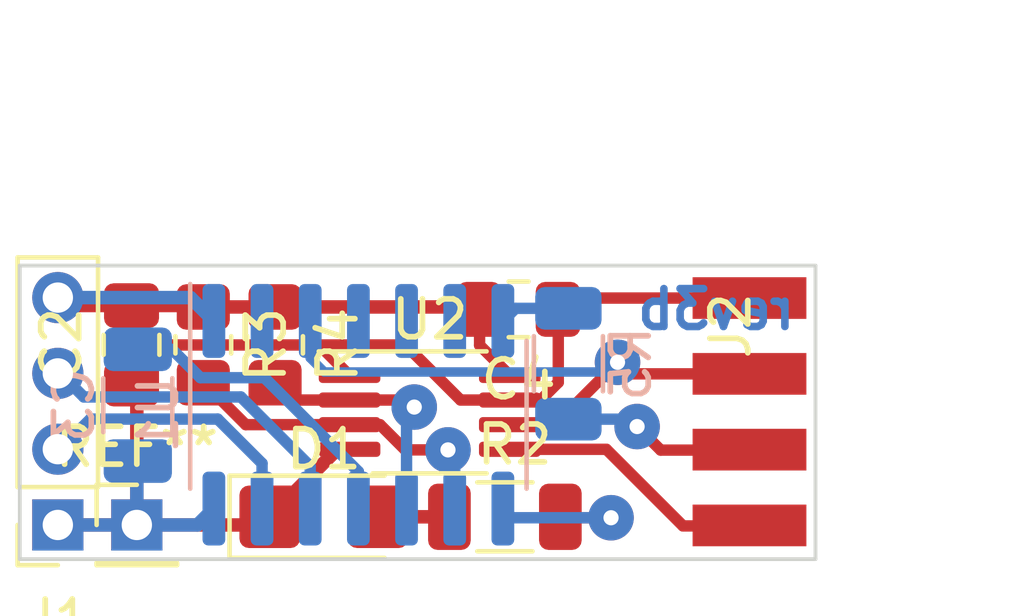
<source format=kicad_pcb>
(kicad_pcb (version 20171130) (host pcbnew "(5.1.10)-1")

  (general
    (thickness 1.2)
    (drawings 7)
    (tracks 95)
    (zones 0)
    (modules 13)
    (nets 18)
  )

  (page A4)
  (layers
    (0 F.Cu signal)
    (31 B.Cu signal)
    (32 B.Adhes user)
    (33 F.Adhes user)
    (34 B.Paste user)
    (35 F.Paste user)
    (36 B.SilkS user hide)
    (37 F.SilkS user hide)
    (38 B.Mask user)
    (39 F.Mask user hide)
    (40 Dwgs.User user)
    (41 Cmts.User user)
    (42 Eco1.User user)
    (43 Eco2.User user)
    (44 Edge.Cuts user)
    (45 Margin user)
    (46 B.CrtYd user)
    (47 F.CrtYd user)
    (48 B.Fab user)
    (49 F.Fab user hide)
  )

  (setup
    (last_trace_width 0.25)
    (user_trace_width 0.3)
    (user_trace_width 0.3556)
    (trace_clearance 0.2)
    (zone_clearance 0.1)
    (zone_45_only no)
    (trace_min 0.2)
    (via_size 0.8)
    (via_drill 0.4)
    (via_min_size 0.4)
    (via_min_drill 0.3)
    (uvia_size 0.3)
    (uvia_drill 0.1)
    (uvias_allowed no)
    (uvia_min_size 0.2)
    (uvia_min_drill 0.1)
    (edge_width 0.1)
    (segment_width 0.2)
    (pcb_text_width 0.3)
    (pcb_text_size 1.5 1.5)
    (mod_edge_width 0.15)
    (mod_text_size 1 1)
    (mod_text_width 0.15)
    (pad_size 1.95 0.6)
    (pad_drill 0)
    (pad_to_mask_clearance 0)
    (aux_axis_origin 0 0)
    (visible_elements 7FFFFFFF)
    (pcbplotparams
      (layerselection 0x00000_7fffffff)
      (usegerberextensions false)
      (usegerberattributes true)
      (usegerberadvancedattributes true)
      (creategerberjobfile true)
      (excludeedgelayer true)
      (linewidth 0.100000)
      (plotframeref false)
      (viasonmask false)
      (mode 1)
      (useauxorigin false)
      (hpglpennumber 1)
      (hpglpenspeed 20)
      (hpglpendiameter 15.000000)
      (psnegative false)
      (psa4output false)
      (plotreference false)
      (plotvalue false)
      (plotinvisibletext false)
      (padsonsilk false)
      (subtractmaskfromsilk false)
      (outputformat 5)
      (mirror true)
      (drillshape 1)
      (scaleselection 1)
      (outputdirectory "svg/"))
  )

  (net 0 "")
  (net 1 "Net-(J2-Pad2)")
  (net 2 GND)
  (net 3 "Net-(J2-Pad3)")
  (net 4 "Net-(D1-Pad2)")
  (net 5 +5V)
  (net 6 "Net-(C3-Pad1)")
  (net 7 "Net-(J1-Pad2)")
  (net 8 "Net-(J1-Pad3)")
  (net 9 "Net-(R1-Pad2)")
  (net 10 "Net-(R2-Pad2)")
  (net 11 "Net-(R3-Pad2)")
  (net 12 "Net-(R4-Pad2)")
  (net 13 "Net-(R5-Pad2)")
  (net 14 "Net-(U1-Pad2)")
  (net 15 "Net-(U1-Pad5)")
  (net 16 "Net-(U1-Pad6)")
  (net 17 "Net-(J2-Pad4)")

  (net_class Default "This is the default net class."
    (clearance 0.2)
    (trace_width 0.25)
    (via_dia 0.8)
    (via_drill 0.4)
    (uvia_dia 0.3)
    (uvia_drill 0.1)
    (add_net +5V)
    (add_net GND)
    (add_net "Net-(C3-Pad1)")
    (add_net "Net-(D1-Pad2)")
    (add_net "Net-(J1-Pad2)")
    (add_net "Net-(J1-Pad3)")
    (add_net "Net-(J2-Pad2)")
    (add_net "Net-(J2-Pad3)")
    (add_net "Net-(J2-Pad4)")
    (add_net "Net-(R1-Pad2)")
    (add_net "Net-(R2-Pad2)")
    (add_net "Net-(R3-Pad2)")
    (add_net "Net-(R4-Pad2)")
    (add_net "Net-(R5-Pad2)")
    (add_net "Net-(U1-Pad2)")
    (add_net "Net-(U1-Pad5)")
    (add_net "Net-(U1-Pad6)")
  )

  (module Capacitor_SMD:C_0805_2012Metric_Pad1.18x1.45mm_HandSolder (layer F.Cu) (tedit 5F68FEEF) (tstamp 626425AB)
    (at 111.845 76.4667 180)
    (descr "Capacitor SMD 0805 (2012 Metric), square (rectangular) end terminal, IPC_7351 nominal with elongated pad for handsoldering. (Body size source: IPC-SM-782 page 76, https://www.pcb-3d.com/wordpress/wp-content/uploads/ipc-sm-782a_amendment_1_and_2.pdf, https://docs.google.com/spreadsheets/d/1BsfQQcO9C6DZCsRaXUlFlo91Tg2WpOkGARC1WS5S8t0/edit?usp=sharing), generated with kicad-footprint-generator")
    (tags "capacitor handsolder")
    (path /614E8533)
    (attr smd)
    (fp_text reference C4 (at 0 -1.85) (layer F.SilkS)
      (effects (font (size 1 1) (thickness 0.15)))
    )
    (fp_text value 0.3uF (at 0 0.0675) (layer F.Fab)
      (effects (font (size 1 1) (thickness 0.15)))
    )
    (fp_line (start 1.88 0.98) (end -1.88 0.98) (layer F.CrtYd) (width 0.05))
    (fp_line (start 1.88 -0.98) (end 1.88 0.98) (layer F.CrtYd) (width 0.05))
    (fp_line (start -1.88 -0.98) (end 1.88 -0.98) (layer F.CrtYd) (width 0.05))
    (fp_line (start -1.88 0.98) (end -1.88 -0.98) (layer F.CrtYd) (width 0.05))
    (fp_line (start -0.261252 0.735) (end 0.261252 0.735) (layer F.SilkS) (width 0.12))
    (fp_line (start -0.261252 -0.735) (end 0.261252 -0.735) (layer F.SilkS) (width 0.12))
    (fp_line (start 1 0.625) (end -1 0.625) (layer F.Fab) (width 0.1))
    (fp_line (start 1 -0.625) (end 1 0.625) (layer F.Fab) (width 0.1))
    (fp_line (start -1 -0.625) (end 1 -0.625) (layer F.Fab) (width 0.1))
    (fp_line (start -1 0.625) (end -1 -0.625) (layer F.Fab) (width 0.1))
    (fp_text user %R (at 0 0) (layer F.Fab)
      (effects (font (size 0.8 0.8) (thickness 0.12)))
    )
    (pad 1 smd roundrect (at -1.0375 0 180) (size 1.175 1.45) (layers F.Cu F.Paste F.Mask) (roundrect_rratio 0.212766)
      (net 2 GND))
    (pad 2 smd roundrect (at 1.0375 0 180) (size 1.175 1.45) (layers F.Cu F.Paste F.Mask) (roundrect_rratio 0.212766)
      (net 5 +5V))
    (model ${KISYS3DMOD}/Capacitor_SMD.3dshapes/C_0805_2012Metric.wrl
      (at (xyz 0 0 0))
      (scale (xyz 1 1 1))
      (rotate (xyz 0 0 0))
    )
  )

  (module Resistor_SMD:R_0805_2012Metric_Pad1.20x1.40mm_HandSolder (layer F.Cu) (tedit 5F68FEEE) (tstamp 62651EA3)
    (at 105.4227 77.4032 270)
    (descr "Resistor SMD 0805 (2012 Metric), square (rectangular) end terminal, IPC_7351 nominal with elongated pad for handsoldering. (Body size source: IPC-SM-782 page 72, https://www.pcb-3d.com/wordpress/wp-content/uploads/ipc-sm-782a_amendment_1_and_2.pdf), generated with kicad-footprint-generator")
    (tags "resistor handsolder")
    (path /613FECAB)
    (attr smd)
    (fp_text reference R4 (at 0 -1.65 90) (layer F.SilkS)
      (effects (font (size 1 1) (thickness 0.15)))
    )
    (fp_text value 3.3k (at 0 1.65 90) (layer F.Fab)
      (effects (font (size 1 1) (thickness 0.15)))
    )
    (fp_line (start 1.85 0.95) (end -1.85 0.95) (layer F.CrtYd) (width 0.05))
    (fp_line (start 1.85 -0.95) (end 1.85 0.95) (layer F.CrtYd) (width 0.05))
    (fp_line (start -1.85 -0.95) (end 1.85 -0.95) (layer F.CrtYd) (width 0.05))
    (fp_line (start -1.85 0.95) (end -1.85 -0.95) (layer F.CrtYd) (width 0.05))
    (fp_line (start -0.227064 0.735) (end 0.227064 0.735) (layer F.SilkS) (width 0.12))
    (fp_line (start -0.227064 -0.735) (end 0.227064 -0.735) (layer F.SilkS) (width 0.12))
    (fp_line (start 1 0.625) (end -1 0.625) (layer F.Fab) (width 0.1))
    (fp_line (start 1 -0.625) (end 1 0.625) (layer F.Fab) (width 0.1))
    (fp_line (start -1 -0.625) (end 1 -0.625) (layer F.Fab) (width 0.1))
    (fp_line (start -1 0.625) (end -1 -0.625) (layer F.Fab) (width 0.1))
    (pad 2 smd roundrect (at 1 0 270) (size 1.2 1.4) (layers F.Cu F.Paste F.Mask) (roundrect_rratio 0.208333)
      (net 12 "Net-(R4-Pad2)"))
    (pad 1 smd roundrect (at -1 0 270) (size 1.2 1.4) (layers F.Cu F.Paste F.Mask) (roundrect_rratio 0.208333)
      (net 5 +5V))
    (model ${KISYS3DMOD}/Resistor_SMD.3dshapes/R_0805_2012Metric.wrl
      (at (xyz 0 0 0))
      (scale (xyz 1 1 1))
      (rotate (xyz 0 0 0))
    )
  )

  (module Resistor_SMD:R_1206_3216Metric (layer B.Cu) (tedit 5F68FEEE) (tstamp 62642637)
    (at 113.157 77.9018 90)
    (descr "Resistor SMD 1206 (3216 Metric), square (rectangular) end terminal, IPC_7351 nominal, (Body size source: IPC-SM-782 page 72, https://www.pcb-3d.com/wordpress/wp-content/uploads/ipc-sm-782a_amendment_1_and_2.pdf), generated with kicad-footprint-generator")
    (tags resistor)
    (path /626E76B8)
    (attr smd)
    (fp_text reference R5 (at 0 1.65 90) (layer B.SilkS)
      (effects (font (size 1 1) (thickness 0.15)) (justify mirror))
    )
    (fp_text value 100k (at 0 -1.65 90) (layer B.Fab)
      (effects (font (size 1 1) (thickness 0.15)) (justify mirror))
    )
    (fp_line (start 2.28 -1.12) (end -2.28 -1.12) (layer B.CrtYd) (width 0.05))
    (fp_line (start 2.28 1.12) (end 2.28 -1.12) (layer B.CrtYd) (width 0.05))
    (fp_line (start -2.28 1.12) (end 2.28 1.12) (layer B.CrtYd) (width 0.05))
    (fp_line (start -2.28 -1.12) (end -2.28 1.12) (layer B.CrtYd) (width 0.05))
    (fp_line (start -0.727064 -0.91) (end 0.727064 -0.91) (layer B.SilkS) (width 0.12))
    (fp_line (start -0.727064 0.91) (end 0.727064 0.91) (layer B.SilkS) (width 0.12))
    (fp_line (start 1.6 -0.8) (end -1.6 -0.8) (layer B.Fab) (width 0.1))
    (fp_line (start 1.6 0.8) (end 1.6 -0.8) (layer B.Fab) (width 0.1))
    (fp_line (start -1.6 0.8) (end 1.6 0.8) (layer B.Fab) (width 0.1))
    (fp_line (start -1.6 -0.8) (end -1.6 0.8) (layer B.Fab) (width 0.1))
    (fp_text user %R (at 0 0 90) (layer B.Fab)
      (effects (font (size 0.5 0.5) (thickness 0.08)) (justify mirror))
    )
    (pad 2 smd roundrect (at 1.4625 0 90) (size 1.125 1.75) (layers B.Cu B.Paste B.Mask) (roundrect_rratio 0.222222)
      (net 13 "Net-(R5-Pad2)"))
    (pad 1 smd roundrect (at -1.4625 0 90) (size 1.125 1.75) (layers B.Cu B.Paste B.Mask) (roundrect_rratio 0.222222)
      (net 3 "Net-(J2-Pad3)"))
    (model ${KISYS3DMOD}/Resistor_SMD.3dshapes/R_1206_3216Metric.wrl
      (at (xyz 0 0 0))
      (scale (xyz 1 1 1))
      (rotate (xyz 0 0 0))
    )
  )

  (module Resistor_SMD:R_1206_3216Metric (layer F.Cu) (tedit 5F68FEEE) (tstamp 62653D56)
    (at 111.4826 81.9404)
    (descr "Resistor SMD 1206 (3216 Metric), square (rectangular) end terminal, IPC_7351 nominal, (Body size source: IPC-SM-782 page 72, https://www.pcb-3d.com/wordpress/wp-content/uploads/ipc-sm-782a_amendment_1_and_2.pdf), generated with kicad-footprint-generator")
    (tags resistor)
    (path /614DFC07)
    (attr smd)
    (fp_text reference R2 (at 0.2559 -1.905) (layer F.SilkS)
      (effects (font (size 1 1) (thickness 0.15)))
    )
    (fp_text value 360 (at 0 1.65) (layer F.Fab)
      (effects (font (size 1 1) (thickness 0.15)))
    )
    (fp_line (start 2.28 1.12) (end -2.28 1.12) (layer F.CrtYd) (width 0.05))
    (fp_line (start 2.28 -1.12) (end 2.28 1.12) (layer F.CrtYd) (width 0.05))
    (fp_line (start -2.28 -1.12) (end 2.28 -1.12) (layer F.CrtYd) (width 0.05))
    (fp_line (start -2.28 1.12) (end -2.28 -1.12) (layer F.CrtYd) (width 0.05))
    (fp_line (start -0.727064 0.91) (end 0.727064 0.91) (layer F.SilkS) (width 0.12))
    (fp_line (start -0.727064 -0.91) (end 0.727064 -0.91) (layer F.SilkS) (width 0.12))
    (fp_line (start 1.6 0.8) (end -1.6 0.8) (layer F.Fab) (width 0.1))
    (fp_line (start 1.6 -0.8) (end 1.6 0.8) (layer F.Fab) (width 0.1))
    (fp_line (start -1.6 -0.8) (end 1.6 -0.8) (layer F.Fab) (width 0.1))
    (fp_line (start -1.6 0.8) (end -1.6 -0.8) (layer F.Fab) (width 0.1))
    (fp_text user %R (at 0 0) (layer F.Fab)
      (effects (font (size 0.5 0.5) (thickness 0.08)))
    )
    (pad 2 smd roundrect (at 1.4625 0) (size 1.125 1.75) (layers F.Cu F.Paste F.Mask) (roundrect_rratio 0.222222)
      (net 10 "Net-(R2-Pad2)"))
    (pad 1 smd roundrect (at -1.4625 0) (size 1.125 1.75) (layers F.Cu F.Paste F.Mask) (roundrect_rratio 0.222222)
      (net 4 "Net-(D1-Pad2)"))
    (model ${KISYS3DMOD}/Resistor_SMD.3dshapes/R_1206_3216Metric.wrl
      (at (xyz 0 0 0))
      (scale (xyz 1 1 1))
      (rotate (xyz 0 0 0))
    )
  )

  (module Connector_PinHeader_2.00mm:PinHeader_1x01_P2.00mm_Vertical (layer F.Cu) (tedit 62644DF3) (tstamp 62652E41)
    (at 101.7778 82.1563)
    (descr "Through hole straight pin header, 1x01, 2.00mm pitch, single row")
    (tags "Through hole pin header THT 1x01 2.00mm single row")
    (fp_text reference REF** (at 0 -2.06) (layer F.SilkS)
      (effects (font (size 1 1) (thickness 0.15)))
    )
    (fp_text value PinHeader_1x01_P2.00mm_Vertical (at 0 2.06) (layer F.Fab)
      (effects (font (size 1 1) (thickness 0.15)))
    )
    (fp_line (start -0.5 -1) (end 1 -1) (layer F.Fab) (width 0.1))
    (fp_line (start 1 -1) (end 1 1) (layer F.Fab) (width 0.1))
    (fp_line (start 1 1) (end -1 1) (layer F.Fab) (width 0.1))
    (fp_line (start -1 1) (end -1 -0.5) (layer F.Fab) (width 0.1))
    (fp_line (start -1 -0.5) (end -0.5 -1) (layer F.Fab) (width 0.1))
    (fp_line (start -1.06 1.06) (end 1.06 1.06) (layer F.SilkS) (width 0.12))
    (fp_line (start -1.06 1) (end -1.06 1.06) (layer F.SilkS) (width 0.12))
    (fp_line (start 1.06 1) (end 1.06 1.06) (layer F.SilkS) (width 0.12))
    (fp_line (start -1.06 1) (end 1.06 1) (layer F.SilkS) (width 0.12))
    (fp_line (start -1.06 0) (end -1.06 -1.06) (layer F.SilkS) (width 0.12))
    (fp_line (start -1.06 -1.06) (end 0 -1.06) (layer F.SilkS) (width 0.12))
    (fp_line (start -1.5 -1.5) (end -1.5 1.5) (layer F.CrtYd) (width 0.05))
    (fp_line (start -1.5 1.5) (end 1.5 1.5) (layer F.CrtYd) (width 0.05))
    (fp_line (start 1.5 1.5) (end 1.5 -1.5) (layer F.CrtYd) (width 0.05))
    (fp_line (start 1.5 -1.5) (end -1.5 -1.5) (layer F.CrtYd) (width 0.05))
    (fp_text user %R (at -1.8669 -0.3302 90) (layer F.Fab)
      (effects (font (size 1 1) (thickness 0.15)))
    )
    (pad 1 thru_hole rect (at 0 0) (size 1.35 1.35) (drill 0.8) (layers *.Cu *.Mask)
      (net 2 GND))
    (model ${KISYS3DMOD}/Connector_PinHeader_2.00mm.3dshapes/PinHeader_1x01_P2.00mm_Vertical.wrl
      (at (xyz 0 0 0))
      (scale (xyz 1 1 1))
      (rotate (xyz 0 0 0))
    )
  )

  (module Connector_PinSocket_2.00mm:PinSocket_1x04_P2.00mm_Vertical (layer F.Cu) (tedit 5A19A425) (tstamp 626425D6)
    (at 99.695 82.1563 180)
    (descr "Through hole straight socket strip, 1x04, 2.00mm pitch, single row (from Kicad 4.0.7), script generated")
    (tags "Through hole socket strip THT 1x04 2.00mm single row")
    (path /6267B969)
    (fp_text reference J1 (at 0 -2.5) (layer F.SilkS)
      (effects (font (size 1 1) (thickness 0.15)))
    )
    (fp_text value Conn_01x04 (at 0 8.5) (layer F.Fab)
      (effects (font (size 1 1) (thickness 0.15)))
    )
    (fp_line (start -1 -1) (end 0.5 -1) (layer F.Fab) (width 0.1))
    (fp_line (start 0.5 -1) (end 1 -0.5) (layer F.Fab) (width 0.1))
    (fp_line (start 1 -0.5) (end 1 7) (layer F.Fab) (width 0.1))
    (fp_line (start 1 7) (end -1 7) (layer F.Fab) (width 0.1))
    (fp_line (start -1 7) (end -1 -1) (layer F.Fab) (width 0.1))
    (fp_line (start -1.06 1) (end 1.06 1) (layer F.SilkS) (width 0.12))
    (fp_line (start -1.06 1) (end -1.06 7.06) (layer F.SilkS) (width 0.12))
    (fp_line (start -1.06 7.06) (end 1.06 7.06) (layer F.SilkS) (width 0.12))
    (fp_line (start 1.06 1) (end 1.06 7.06) (layer F.SilkS) (width 0.12))
    (fp_line (start 1.06 -1.06) (end 1.06 0) (layer F.SilkS) (width 0.12))
    (fp_line (start 0 -1.06) (end 1.06 -1.06) (layer F.SilkS) (width 0.12))
    (fp_line (start -1.5 -1.5) (end 1.5 -1.5) (layer F.CrtYd) (width 0.05))
    (fp_line (start 1.5 -1.5) (end 1.5 7.5) (layer F.CrtYd) (width 0.05))
    (fp_line (start 1.5 7.5) (end -1.5 7.5) (layer F.CrtYd) (width 0.05))
    (fp_line (start -1.5 7.5) (end -1.5 -1.5) (layer F.CrtYd) (width 0.05))
    (fp_text user %R (at 0 3 90) (layer F.Fab)
      (effects (font (size 1 1) (thickness 0.15)))
    )
    (pad 1 thru_hole rect (at 0 0 180) (size 1.35 1.35) (drill 0.8) (layers *.Cu *.Mask)
      (net 2 GND))
    (pad 2 thru_hole oval (at 0 2 180) (size 1.35 1.35) (drill 0.8) (layers *.Cu *.Mask)
      (net 7 "Net-(J1-Pad2)"))
    (pad 3 thru_hole oval (at 0 4 180) (size 1.35 1.35) (drill 0.8) (layers *.Cu *.Mask)
      (net 8 "Net-(J1-Pad3)"))
    (pad 4 thru_hole oval (at 0 6 180) (size 1.35 1.35) (drill 0.8) (layers *.Cu *.Mask)
      (net 5 +5V))
    (model ${KISYS3DMOD}/Connector_PinSocket_2.00mm.3dshapes/PinSocket_1x04_P2.00mm_Vertical.wrl
      (at (xyz 0 0 0))
      (scale (xyz 1 1 1))
      (rotate (xyz 0 0 0))
    )
  )

  (module LED_SMD:LED_1206_3216Metric_Castellated (layer F.Cu) (tedit 5F68FEF1) (tstamp 62653D88)
    (at 106.708 81.9404)
    (descr "LED SMD 1206 (3216 Metric), castellated end terminal, IPC_7351 nominal, (Body size source: http://www.tortai-tech.com/upload/download/2011102023233369053.pdf), generated with kicad-footprint-generator")
    (tags "LED castellated")
    (path /614D5A9F)
    (attr smd)
    (fp_text reference D1 (at 0 -1.78) (layer F.SilkS)
      (effects (font (size 1 1) (thickness 0.15)))
    )
    (fp_text value LED (at 0 1.78) (layer F.Fab)
      (effects (font (size 1 1) (thickness 0.15)))
    )
    (fp_line (start 2.48 1.08) (end -2.48 1.08) (layer F.CrtYd) (width 0.05))
    (fp_line (start 2.48 -1.08) (end 2.48 1.08) (layer F.CrtYd) (width 0.05))
    (fp_line (start -2.48 -1.08) (end 2.48 -1.08) (layer F.CrtYd) (width 0.05))
    (fp_line (start -2.48 1.08) (end -2.48 -1.08) (layer F.CrtYd) (width 0.05))
    (fp_line (start -2.485 1.085) (end 1.6 1.085) (layer F.SilkS) (width 0.12))
    (fp_line (start -2.485 -1.085) (end -2.485 1.085) (layer F.SilkS) (width 0.12))
    (fp_line (start 1.6 -1.085) (end -2.485 -1.085) (layer F.SilkS) (width 0.12))
    (fp_line (start 1.6 0.8) (end 1.6 -0.8) (layer F.Fab) (width 0.1))
    (fp_line (start -1.6 0.8) (end 1.6 0.8) (layer F.Fab) (width 0.1))
    (fp_line (start -1.6 -0.4) (end -1.6 0.8) (layer F.Fab) (width 0.1))
    (fp_line (start -1.2 -0.8) (end -1.6 -0.4) (layer F.Fab) (width 0.1))
    (fp_line (start 1.6 -0.8) (end -1.2 -0.8) (layer F.Fab) (width 0.1))
    (fp_text user %R (at 0 0) (layer F.Fab)
      (effects (font (size 0.8 0.8) (thickness 0.12)))
    )
    (pad 2 smd roundrect (at 1.425 0) (size 1.6 1.65) (layers F.Cu F.Paste F.Mask) (roundrect_rratio 0.15625)
      (net 4 "Net-(D1-Pad2)"))
    (pad 1 smd roundrect (at -1.425 0) (size 1.6 1.65) (layers F.Cu F.Paste F.Mask) (roundrect_rratio 0.15625)
      (net 2 GND))
    (model ${KISYS3DMOD}/LED_SMD.3dshapes/LED_1206_3216Metric_Castellated.wrl
      (at (xyz 0 0 0))
      (scale (xyz 1 1 1))
      (rotate (xyz 0 0 0))
    )
  )

  (module Capacitor_SMD:C_0805_2012Metric_Pad1.18x1.45mm_HandSolder (layer F.Cu) (tedit 5F68FEEF) (tstamp 62642589)
    (at 101.6381 77.4032 90)
    (descr "Capacitor SMD 0805 (2012 Metric), square (rectangular) end terminal, IPC_7351 nominal with elongated pad for handsoldering. (Body size source: IPC-SM-782 page 76, https://www.pcb-3d.com/wordpress/wp-content/uploads/ipc-sm-782a_amendment_1_and_2.pdf, https://docs.google.com/spreadsheets/d/1BsfQQcO9C6DZCsRaXUlFlo91Tg2WpOkGARC1WS5S8t0/edit?usp=sharing), generated with kicad-footprint-generator")
    (tags "capacitor handsolder")
    (path /613F5899)
    (attr smd)
    (fp_text reference C2 (at 0 -1.85 90) (layer F.SilkS)
      (effects (font (size 1 1) (thickness 0.15)))
    )
    (fp_text value 0.1uF (at 0 1.85 90) (layer F.Fab)
      (effects (font (size 1 1) (thickness 0.15)))
    )
    (fp_line (start 1.88 0.98) (end -1.88 0.98) (layer F.CrtYd) (width 0.05))
    (fp_line (start 1.88 -0.98) (end 1.88 0.98) (layer F.CrtYd) (width 0.05))
    (fp_line (start -1.88 -0.98) (end 1.88 -0.98) (layer F.CrtYd) (width 0.05))
    (fp_line (start -1.88 0.98) (end -1.88 -0.98) (layer F.CrtYd) (width 0.05))
    (fp_line (start -0.261252 0.735) (end 0.261252 0.735) (layer F.SilkS) (width 0.12))
    (fp_line (start -0.261252 -0.735) (end 0.261252 -0.735) (layer F.SilkS) (width 0.12))
    (fp_line (start 1 0.625) (end -1 0.625) (layer F.Fab) (width 0.1))
    (fp_line (start 1 -0.625) (end 1 0.625) (layer F.Fab) (width 0.1))
    (fp_line (start -1 -0.625) (end 1 -0.625) (layer F.Fab) (width 0.1))
    (fp_line (start -1 0.625) (end -1 -0.625) (layer F.Fab) (width 0.1))
    (fp_text user %R (at 0 0.3048 90) (layer F.Fab)
      (effects (font (size 0.8 0.8) (thickness 0.12)))
    )
    (pad 2 smd roundrect (at 1.0375 0 90) (size 1.175 1.45) (layers F.Cu F.Paste F.Mask) (roundrect_rratio 0.212766)
      (net 5 +5V))
    (pad 1 smd roundrect (at -1.0375 0 90) (size 1.175 1.45) (layers F.Cu F.Paste F.Mask) (roundrect_rratio 0.212766)
      (net 2 GND))
    (model ${KISYS3DMOD}/Capacitor_SMD.3dshapes/C_0805_2012Metric.wrl
      (at (xyz 0 0 0))
      (scale (xyz 1 1 1))
      (rotate (xyz 0 0 0))
    )
  )

  (module Capacitor_SMD:C_1206_3216Metric (layer B.Cu) (tedit 5F68FEEE) (tstamp 6264259A)
    (at 101.8032 78.9958 270)
    (descr "Capacitor SMD 1206 (3216 Metric), square (rectangular) end terminal, IPC_7351 nominal, (Body size source: IPC-SM-782 page 76, https://www.pcb-3d.com/wordpress/wp-content/uploads/ipc-sm-782a_amendment_1_and_2.pdf), generated with kicad-footprint-generator")
    (tags capacitor)
    (path /61400C66)
    (attr smd)
    (fp_text reference C3 (at 0 1.68 270) (layer B.SilkS)
      (effects (font (size 1 1) (thickness 0.15)) (justify mirror))
    )
    (fp_text value 0.33uF (at 0 -1.68 270) (layer B.Fab)
      (effects (font (size 1 1) (thickness 0.15)) (justify mirror))
    )
    (fp_line (start 2.3 -1.15) (end -2.3 -1.15) (layer B.CrtYd) (width 0.05))
    (fp_line (start 2.3 1.15) (end 2.3 -1.15) (layer B.CrtYd) (width 0.05))
    (fp_line (start -2.3 1.15) (end 2.3 1.15) (layer B.CrtYd) (width 0.05))
    (fp_line (start -2.3 -1.15) (end -2.3 1.15) (layer B.CrtYd) (width 0.05))
    (fp_line (start -0.711252 -0.91) (end 0.711252 -0.91) (layer B.SilkS) (width 0.12))
    (fp_line (start -0.711252 0.91) (end 0.711252 0.91) (layer B.SilkS) (width 0.12))
    (fp_line (start 1.6 -0.8) (end -1.6 -0.8) (layer B.Fab) (width 0.1))
    (fp_line (start 1.6 0.8) (end 1.6 -0.8) (layer B.Fab) (width 0.1))
    (fp_line (start -1.6 0.8) (end 1.6 0.8) (layer B.Fab) (width 0.1))
    (fp_line (start -1.6 -0.8) (end -1.6 0.8) (layer B.Fab) (width 0.1))
    (fp_text user %R (at 0 0 270) (layer B.Fab)
      (effects (font (size 0.5 0.5) (thickness 0.08)) (justify mirror))
    )
    (pad 2 smd roundrect (at 1.475 0 270) (size 1.15 1.8) (layers B.Cu B.Paste B.Mask) (roundrect_rratio 0.217391)
      (net 2 GND))
    (pad 1 smd roundrect (at -1.475 0 270) (size 1.15 1.8) (layers B.Cu B.Paste B.Mask) (roundrect_rratio 0.217391)
      (net 6 "Net-(C3-Pad1)"))
    (model ${KISYS3DMOD}/Capacitor_SMD.3dshapes/C_1206_3216Metric.wrl
      (at (xyz 0 0 0))
      (scale (xyz 1 1 1))
      (rotate (xyz 0 0 0))
    )
  )

  (module Resistor_SMD:R_0805_2012Metric_Pad1.20x1.40mm_HandSolder (layer F.Cu) (tedit 5F68FEEE) (tstamp 62651E74)
    (at 103.5304 77.4032 270)
    (descr "Resistor SMD 0805 (2012 Metric), square (rectangular) end terminal, IPC_7351 nominal with elongated pad for handsoldering. (Body size source: IPC-SM-782 page 72, https://www.pcb-3d.com/wordpress/wp-content/uploads/ipc-sm-782a_amendment_1_and_2.pdf), generated with kicad-footprint-generator")
    (tags "resistor handsolder")
    (path /613FDECA)
    (attr smd)
    (fp_text reference R3 (at 0 -1.65 90) (layer F.SilkS)
      (effects (font (size 1 1) (thickness 0.15)))
    )
    (fp_text value 3.3k (at 0 1.65 90) (layer F.Fab)
      (effects (font (size 1 1) (thickness 0.15)))
    )
    (fp_line (start 1.85 0.95) (end -1.85 0.95) (layer F.CrtYd) (width 0.05))
    (fp_line (start 1.85 -0.95) (end 1.85 0.95) (layer F.CrtYd) (width 0.05))
    (fp_line (start -1.85 -0.95) (end 1.85 -0.95) (layer F.CrtYd) (width 0.05))
    (fp_line (start -1.85 0.95) (end -1.85 -0.95) (layer F.CrtYd) (width 0.05))
    (fp_line (start -0.227064 0.735) (end 0.227064 0.735) (layer F.SilkS) (width 0.12))
    (fp_line (start -0.227064 -0.735) (end 0.227064 -0.735) (layer F.SilkS) (width 0.12))
    (fp_line (start 1 0.625) (end -1 0.625) (layer F.Fab) (width 0.1))
    (fp_line (start 1 -0.625) (end 1 0.625) (layer F.Fab) (width 0.1))
    (fp_line (start -1 -0.625) (end 1 -0.625) (layer F.Fab) (width 0.1))
    (fp_line (start -1 0.625) (end -1 -0.625) (layer F.Fab) (width 0.1))
    (fp_text user %R (at 0 0 90) (layer F.Fab)
      (effects (font (size 0.5 0.5) (thickness 0.08)))
    )
    (pad 2 smd roundrect (at 1 0 270) (size 1.2 1.4) (layers F.Cu F.Paste F.Mask) (roundrect_rratio 0.208333)
      (net 11 "Net-(R3-Pad2)"))
    (pad 1 smd roundrect (at -1 0 270) (size 1.2 1.4) (layers F.Cu F.Paste F.Mask) (roundrect_rratio 0.208333)
      (net 5 +5V))
    (model ${KISYS3DMOD}/Resistor_SMD.3dshapes/R_0805_2012Metric.wrl
      (at (xyz 0 0 0))
      (scale (xyz 1 1 1))
      (rotate (xyz 0 0 0))
    )
  )

  (module Package_SO:SOIC-14_3.9x8.7mm_P1.27mm (layer B.Cu) (tedit 62650717) (tstamp 62642657)
    (at 107.6198 79.248 270)
    (descr "SOIC, 14 Pin (JEDEC MS-012AB, https://www.analog.com/media/en/package-pcb-resources/package/pkg_pdf/soic_narrow-r/r_14.pdf), generated with kicad-footprint-generator ipc_gullwing_generator.py")
    (tags "SOIC SO")
    (path /613E494B)
    (attr smd)
    (fp_text reference U1 (at 0 5.28 270) (layer B.SilkS)
      (effects (font (size 1 1) (thickness 0.15)) (justify mirror))
    )
    (fp_text value MCP2221AxSL (at 0 -5.28 270) (layer B.Fab)
      (effects (font (size 1 1) (thickness 0.15)) (justify mirror))
    )
    (fp_line (start 0 -4.435) (end 1.95 -4.435) (layer B.SilkS) (width 0.12))
    (fp_line (start 0 -4.435) (end -1.95 -4.435) (layer B.SilkS) (width 0.12))
    (fp_line (start 0 4.435) (end 1.95 4.435) (layer B.SilkS) (width 0.12))
    (fp_line (start 0 4.435) (end -3.45 4.435) (layer B.SilkS) (width 0.12))
    (fp_line (start -0.975 4.325) (end 1.95 4.325) (layer B.Fab) (width 0.1))
    (fp_line (start 1.95 4.325) (end 1.95 -4.325) (layer B.Fab) (width 0.1))
    (fp_line (start 1.95 -4.325) (end -1.95 -4.325) (layer B.Fab) (width 0.1))
    (fp_line (start -1.95 -4.325) (end -1.95 3.35) (layer B.Fab) (width 0.1))
    (fp_line (start -1.95 3.35) (end -0.975 4.325) (layer B.Fab) (width 0.1))
    (fp_line (start -3.7 4.58) (end -3.7 -4.58) (layer B.CrtYd) (width 0.05))
    (fp_line (start -3.7 -4.58) (end 3.7 -4.58) (layer B.CrtYd) (width 0.05))
    (fp_line (start 3.7 -4.58) (end 3.7 4.58) (layer B.CrtYd) (width 0.05))
    (fp_line (start 3.7 4.58) (end -3.7 4.58) (layer B.CrtYd) (width 0.05))
    (fp_text user %R (at 0 0 270) (layer B.Fab)
      (effects (font (size 0.98 0.98) (thickness 0.15)) (justify mirror))
    )
    (pad 1 smd roundrect (at -2.475 3.81 270) (size 1.95 0.6) (layers B.Cu B.Paste B.Mask) (roundrect_rratio 0.25)
      (net 5 +5V))
    (pad 2 smd roundrect (at -2.475 2.54 270) (size 1.95 0.6) (layers B.Cu B.Paste B.Mask) (roundrect_rratio 0.25)
      (net 14 "Net-(U1-Pad2)"))
    (pad 3 smd roundrect (at -2.475 1.27 270) (size 1.95 0.6) (layers B.Cu B.Paste B.Mask) (roundrect_rratio 0.25)
      (net 1 "Net-(J2-Pad2)"))
    (pad 4 smd roundrect (at -2.475 0 270) (size 1.95 0.6) (layers B.Cu B.Paste B.Mask) (roundrect_rratio 0.25)
      (net 9 "Net-(R1-Pad2)"))
    (pad 5 smd roundrect (at -2.475 -1.27 270) (size 1.95 0.6) (layers B.Cu B.Paste B.Mask) (roundrect_rratio 0.25)
      (net 15 "Net-(U1-Pad5)"))
    (pad 6 smd roundrect (at -2.475 -2.54 270) (size 1.95 0.6) (layers B.Cu B.Paste B.Mask) (roundrect_rratio 0.25)
      (net 16 "Net-(U1-Pad6)"))
    (pad 7 smd roundrect (at -2.475 -3.81 270) (size 1.95 0.6) (layers B.Cu B.Paste B.Mask) (roundrect_rratio 0.25)
      (net 13 "Net-(R5-Pad2)"))
    (pad 8 smd roundrect (at 2.475 -3.81 270) (size 1.95 0.6) (layers B.Cu B.Paste B.Mask) (roundrect_rratio 0.25)
      (net 10 "Net-(R2-Pad2)"))
    (pad 9 smd roundrect (at 2.475 -2.54 270) (size 1.95 0.6) (layers B.Cu B.Paste B.Mask) (roundrect_rratio 0.25)
      (net 11 "Net-(R3-Pad2)"))
    (pad 10 smd roundrect (at 2.475 -1.27 270) (size 1.95 0.6) (layers B.Cu B.Paste B.Mask) (roundrect_rratio 0.25)
      (net 12 "Net-(R4-Pad2)"))
    (pad 11 smd roundrect (at 2.475 0 270) (size 1.95 0.6) (layers B.Cu B.Paste B.Mask) (roundrect_rratio 0.25)
      (net 6 "Net-(C3-Pad1)"))
    (pad 12 smd roundrect (at 2.475 1.27 270) (size 1.95 0.6) (layers B.Cu B.Paste B.Mask) (roundrect_rratio 0.25)
      (net 8 "Net-(J1-Pad3)"))
    (pad 13 smd roundrect (at 2.475 2.54 270) (size 1.95 0.6) (layers B.Cu B.Paste B.Mask) (roundrect_rratio 0.25)
      (net 7 "Net-(J1-Pad2)"))
    (pad 14 smd roundrect (at 2.475 3.81 270) (size 1.95 0.6) (layers B.Cu B.Paste B.Mask) (roundrect_rratio 0.25)
      (net 2 GND))
    (model ${KISYS3DMOD}/Package_SO.3dshapes/SOIC-14_3.9x8.7mm_P1.27mm.wrl
      (at (xyz 0 0 0))
      (scale (xyz 1 1 1))
      (rotate (xyz 0 0 0))
    )
  )

  (module Package_SO:MSOP-8_3x3mm_P0.65mm (layer F.Cu) (tedit 5E509FDD) (tstamp 62642671)
    (at 109.4994 79.1845)
    (descr "MSOP, 8 Pin (https://www.jedec.org/system/files/docs/mo-187F.pdf variant AA), generated with kicad-footprint-generator ipc_gullwing_generator.py")
    (tags "MSOP SO")
    (path /6264027E)
    (attr smd)
    (fp_text reference U2 (at 0 -2.45) (layer F.SilkS)
      (effects (font (size 1 1) (thickness 0.15)))
    )
    (fp_text value mcp4562 (at 0 2.45) (layer F.Fab)
      (effects (font (size 1 1) (thickness 0.15)))
    )
    (fp_line (start 0 1.61) (end 1.5 1.61) (layer F.SilkS) (width 0.12))
    (fp_line (start 0 1.61) (end -1.5 1.61) (layer F.SilkS) (width 0.12))
    (fp_line (start 0 -1.61) (end 1.5 -1.61) (layer F.SilkS) (width 0.12))
    (fp_line (start 0 -1.61) (end -2.925 -1.61) (layer F.SilkS) (width 0.12))
    (fp_line (start -0.75 -1.5) (end 1.5 -1.5) (layer F.Fab) (width 0.1))
    (fp_line (start 1.5 -1.5) (end 1.5 1.5) (layer F.Fab) (width 0.1))
    (fp_line (start 1.5 1.5) (end -1.5 1.5) (layer F.Fab) (width 0.1))
    (fp_line (start -1.5 1.5) (end -1.5 -0.75) (layer F.Fab) (width 0.1))
    (fp_line (start -1.5 -0.75) (end -0.75 -1.5) (layer F.Fab) (width 0.1))
    (fp_line (start -3.18 -1.75) (end -3.18 1.75) (layer F.CrtYd) (width 0.05))
    (fp_line (start -3.18 1.75) (end 3.18 1.75) (layer F.CrtYd) (width 0.05))
    (fp_line (start 3.18 1.75) (end 3.18 -1.75) (layer F.CrtYd) (width 0.05))
    (fp_line (start 3.18 -1.75) (end -3.18 -1.75) (layer F.CrtYd) (width 0.05))
    (fp_text user %R (at 0 0) (layer F.Fab)
      (effects (font (size 0.75 0.75) (thickness 0.11)))
    )
    (pad 1 smd roundrect (at -2.1125 -0.975) (size 1.625 0.4) (layers F.Cu F.Paste F.Mask) (roundrect_rratio 0.25)
      (net 2 GND))
    (pad 2 smd roundrect (at -2.1125 -0.325) (size 1.625 0.4) (layers F.Cu F.Paste F.Mask) (roundrect_rratio 0.25)
      (net 12 "Net-(R4-Pad2)"))
    (pad 3 smd roundrect (at -2.1125 0.325) (size 1.625 0.4) (layers F.Cu F.Paste F.Mask) (roundrect_rratio 0.25)
      (net 11 "Net-(R3-Pad2)"))
    (pad 4 smd roundrect (at -2.1125 0.975) (size 1.625 0.4) (layers F.Cu F.Paste F.Mask) (roundrect_rratio 0.25)
      (net 2 GND))
    (pad 5 smd roundrect (at 2.1125 0.975) (size 1.625 0.4) (layers F.Cu F.Paste F.Mask) (roundrect_rratio 0.25)
      (net 17 "Net-(J2-Pad4)"))
    (pad 6 smd roundrect (at 2.1125 0.325) (size 1.625 0.4) (layers F.Cu F.Paste F.Mask) (roundrect_rratio 0.25)
      (net 1 "Net-(J2-Pad2)"))
    (pad 7 smd roundrect (at 2.1125 -0.325) (size 1.625 0.4) (layers F.Cu F.Paste F.Mask) (roundrect_rratio 0.25)
      (net 2 GND))
    (pad 8 smd roundrect (at 2.1125 -0.975) (size 1.625 0.4) (layers F.Cu F.Paste F.Mask) (roundrect_rratio 0.25)
      (net 5 +5V))
    (model ${KISYS3DMOD}/Package_SO.3dshapes/MSOP-8_3x3mm_P0.65mm.wrl
      (at (xyz 0 0 0))
      (scale (xyz 1 1 1))
      (rotate (xyz 0 0 0))
    )
  )

  (module sony-remote-connector:Connector_Sony_Remote (layer F.Cu) (tedit 6264457C) (tstamp 62646EC4)
    (at 116.6622 78.1685 270)
    (path /62665C60)
    (fp_text reference J2 (at -1.27 -0.77 90) (layer F.SilkS)
      (effects (font (size 1 1) (thickness 0.15)))
    )
    (fp_text value Conn_01x04 (at 0 -0.5 90) (layer F.Fab)
      (effects (font (size 1 1) (thickness 0.15)))
    )
    (fp_line (start -2.826861 -3) (end -2.826861 3.81) (layer Dwgs.User) (width 0.12))
    (fp_line (start -2.826861 3.81) (end 4.858369 3.81) (layer Dwgs.User) (width 0.12))
    (fp_line (start 4.858369 3.81) (end 4.858369 -3) (layer Dwgs.User) (width 0.12))
    (fp_line (start 4.858369 -3) (end -2.826861 -3) (layer Dwgs.User) (width 0.12))
    (pad 1 smd rect (at -2 -1.27 270) (size 1.1 3) (layers F.Cu F.Mask)
      (net 2 GND))
    (pad 2 smd rect (at 0 -1.27 270) (size 1.1 3) (layers F.Cu F.Mask)
      (net 1 "Net-(J2-Pad2)"))
    (pad 3 smd rect (at 2 -1.27 270) (size 1.1 3) (layers F.Cu F.Mask)
      (net 3 "Net-(J2-Pad3)"))
    (pad 4 smd rect (at 4 -1.27 270) (size 1.1 3) (layers F.Cu F.Mask)
      (net 17 "Net-(J2-Pad4)"))
  )

  (gr_text rev3b (at 117.0559 76.4667) (layer B.Cu)
    (effects (font (size 1 1) (thickness 0.2)) (justify mirror))
  )
  (dimension 7.747 (width 0.15) (layer Dwgs.User)
    (gr_text "7,747 mm" (at 123.8169 79.1845 270) (layer Dwgs.User)
      (effects (font (size 1 1) (thickness 0.15)))
    )
    (feature1 (pts (xy 119.6721 83.058) (xy 123.103321 83.058)))
    (feature2 (pts (xy 119.6721 75.311) (xy 123.103321 75.311)))
    (crossbar (pts (xy 122.5169 75.311) (xy 122.5169 83.058)))
    (arrow1a (pts (xy 122.5169 83.058) (xy 121.930479 81.931496)))
    (arrow1b (pts (xy 122.5169 83.058) (xy 123.103321 81.931496)))
    (arrow2a (pts (xy 122.5169 75.311) (xy 121.930479 76.437504)))
    (arrow2b (pts (xy 122.5169 75.311) (xy 123.103321 76.437504)))
  )
  (dimension 20.9804 (width 0.15) (layer Dwgs.User)
    (gr_text "20,980 mm" (at 109.1819 69.001258) (layer Dwgs.User)
      (effects (font (size 1 1) (thickness 0.15)))
    )
    (feature1 (pts (xy 119.6721 75.311) (xy 119.6721 69.714837)))
    (feature2 (pts (xy 98.6917 75.311) (xy 98.6917 69.714837)))
    (crossbar (pts (xy 98.6917 70.301258) (xy 119.6721 70.301258)))
    (arrow1a (pts (xy 119.6721 70.301258) (xy 118.545596 70.887679)))
    (arrow1b (pts (xy 119.6721 70.301258) (xy 118.545596 69.714837)))
    (arrow2a (pts (xy 98.6917 70.301258) (xy 99.818204 70.887679)))
    (arrow2b (pts (xy 98.6917 70.301258) (xy 99.818204 69.714837)))
  )
  (gr_line (start 119.6721 75.311) (end 119.6721 83.058) (layer Edge.Cuts) (width 0.1))
  (gr_line (start 98.6917 75.311) (end 119.6721 75.311) (layer Edge.Cuts) (width 0.1))
  (gr_line (start 98.6917 83.058) (end 98.6917 75.311) (layer Edge.Cuts) (width 0.1))
  (gr_line (start 119.6721 83.058) (end 98.6917 83.058) (layer Edge.Cuts) (width 0.1))

  (segment (start 111.6119 79.5095) (end 112.8066 79.5095) (width 0.3) (layer F.Cu) (net 1) (status 10))
  (via (at 114.4524 77.8637) (size 1.2) (drill 0.4) (layers F.Cu B.Cu) (net 1))
  (segment (start 106.3498 77.748) (end 106.721599 78.119799) (width 0.25) (layer B.Cu) (net 1))
  (segment (start 106.3498 76.773) (end 106.3498 77.748) (width 0.25) (layer B.Cu) (net 1) (status 10))
  (segment (start 112.8066 79.5095) (end 114.4524 77.8637) (width 0.3) (layer F.Cu) (net 1))
  (segment (start 114.7572 78.1685) (end 114.4524 77.8637) (width 0.3) (layer F.Cu) (net 1))
  (segment (start 117.9322 78.1685) (end 114.7572 78.1685) (width 0.3) (layer F.Cu) (net 1) (status 10))
  (segment (start 114.170901 78.119799) (end 114.4524 77.8383) (width 0.25) (layer B.Cu) (net 1))
  (segment (start 106.721599 78.119799) (end 114.170901 78.119799) (width 0.25) (layer B.Cu) (net 1))
  (segment (start 107.3808 80.1656) (end 107.3869 80.1595) (width 0.3) (layer F.Cu) (net 2) (status 30))
  (segment (start 107.3869 80.1595) (end 107.1401 80.1595) (width 0.3) (layer F.Cu) (net 2) (status 30))
  (segment (start 107.3869 80.1595) (end 107.1147 80.1595) (width 0.3) (layer F.Cu) (net 2) (status 30))
  (segment (start 117.7925 76.1812) (end 117.737599 76.126299) (width 0.3) (layer F.Cu) (net 2) (status 30))
  (segment (start 101.6381 78.4407) (end 102.6723 77.4065) (width 0.3) (layer F.Cu) (net 2) (status 10))
  (segment (start 106.5839 77.4065) (end 107.3869 78.2095) (width 0.3) (layer F.Cu) (net 2) (status 20))
  (segment (start 102.6723 77.4065) (end 106.5839 77.4065) (width 0.3) (layer F.Cu) (net 2))
  (segment (start 112.4244 78.8595) (end 111.6119 78.8595) (width 0.3) (layer F.Cu) (net 2) (status 20))
  (segment (start 112.8903 78.3936) (end 112.4244 78.8595) (width 0.3) (layer F.Cu) (net 2))
  (segment (start 112.8903 76.4286) (end 112.8903 78.3936) (width 0.3) (layer F.Cu) (net 2) (status 10))
  (segment (start 113.1504 76.1685) (end 112.8903 76.4286) (width 0.3) (layer F.Cu) (net 2) (status 30))
  (segment (start 117.9322 76.1685) (end 113.1504 76.1685) (width 0.3) (layer F.Cu) (net 2) (status 30))
  (segment (start 103.3765 82.1563) (end 103.8098 81.723) (width 0.3556) (layer B.Cu) (net 2))
  (segment (start 101.7778 82.1563) (end 103.3765 82.1563) (width 0.3556) (layer B.Cu) (net 2))
  (segment (start 101.7778 80.4962) (end 101.8032 80.4708) (width 0.3556) (layer B.Cu) (net 2))
  (segment (start 101.7778 82.1563) (end 101.7778 80.4962) (width 0.3556) (layer B.Cu) (net 2))
  (segment (start 101.7778 78.5804) (end 101.6381 78.4407) (width 0.3556) (layer F.Cu) (net 2))
  (segment (start 101.7778 82.1563) (end 101.7778 78.5804) (width 0.3556) (layer F.Cu) (net 2))
  (segment (start 107.0639 80.1595) (end 105.283 81.9404) (width 0.3556) (layer F.Cu) (net 2))
  (segment (start 107.3869 80.1595) (end 107.0639 80.1595) (width 0.3556) (layer F.Cu) (net 2))
  (segment (start 101.7778 82.1563) (end 99.695 82.1563) (width 0.3556) (layer B.Cu) (net 2))
  (segment (start 105.0671 82.1563) (end 105.283 81.9404) (width 0.3556) (layer F.Cu) (net 2))
  (segment (start 99.695 82.1563) (end 105.0671 82.1563) (width 0.3556) (layer F.Cu) (net 2))
  (segment (start 108.860702 77.4065) (end 106.5839 77.4065) (width 0.3) (layer F.Cu) (net 2))
  (segment (start 110.313702 78.8595) (end 108.860702 77.4065) (width 0.3) (layer F.Cu) (net 2))
  (segment (start 111.6119 78.8595) (end 110.313702 78.8595) (width 0.3) (layer F.Cu) (net 2))
  (segment (start 115.590839 80.1812) (end 114.968878 79.559239) (width 0.3) (layer F.Cu) (net 3))
  (segment (start 117.7925 80.1812) (end 115.590839 80.1812) (width 0.3) (layer F.Cu) (net 3) (status 10))
  (segment (start 114.773939 79.3643) (end 114.968878 79.559239) (width 0.3) (layer B.Cu) (net 3))
  (segment (start 113.2205 79.3643) (end 114.773939 79.3643) (width 0.3) (layer B.Cu) (net 3) (status 10))
  (segment (start 114.9477 79.538061) (end 114.968878 79.559239) (width 0.3) (layer F.Cu) (net 3))
  (via (at 114.968878 79.559239) (size 1.2) (drill 0.4) (layers F.Cu B.Cu) (net 3))
  (segment (start 108.133 81.9404) (end 110.0201 81.9404) (width 0.3556) (layer F.Cu) (net 4))
  (segment (start 105.4862 76.4286) (end 105.4608 76.4032) (width 0.3) (layer F.Cu) (net 5) (status 30))
  (segment (start 105.4735 76.4159) (end 105.4608 76.4032) (width 0.3) (layer F.Cu) (net 5) (status 30))
  (segment (start 110.7899 76.4032) (end 110.8153 76.4286) (width 0.3) (layer F.Cu) (net 5) (status 30))
  (segment (start 110.8153 77.4129) (end 111.6119 78.2095) (width 0.3) (layer F.Cu) (net 5) (status 20))
  (segment (start 110.8153 76.4286) (end 110.8153 77.4129) (width 0.3) (layer F.Cu) (net 5) (status 10))
  (segment (start 99.9044 76.3657) (end 99.695 76.1563) (width 0.3556) (layer F.Cu) (net 5))
  (segment (start 101.6381 76.3657) (end 99.9044 76.3657) (width 0.3556) (layer F.Cu) (net 5))
  (segment (start 103.4929 76.3657) (end 103.5304 76.4032) (width 0.3556) (layer F.Cu) (net 5))
  (segment (start 101.6381 76.3657) (end 103.4929 76.3657) (width 0.3556) (layer F.Cu) (net 5))
  (segment (start 103.5304 76.4032) (end 105.4227 76.4032) (width 0.3556) (layer F.Cu) (net 5))
  (segment (start 110.744 76.4032) (end 110.8075 76.4667) (width 0.3556) (layer F.Cu) (net 5))
  (segment (start 105.4227 76.4032) (end 110.744 76.4032) (width 0.3556) (layer F.Cu) (net 5))
  (segment (start 103.1931 76.1563) (end 103.8098 76.773) (width 0.3556) (layer B.Cu) (net 5))
  (segment (start 99.695 76.1563) (end 103.1931 76.1563) (width 0.3556) (layer B.Cu) (net 5))
  (segment (start 101.8032 77.5208) (end 102.7049 77.5208) (width 0.3) (layer B.Cu) (net 6) (status 10))
  (segment (start 107.6198 80.748) (end 107.6198 81.723) (width 0.3) (layer B.Cu) (net 6) (status 30))
  (segment (start 102.7049 77.5208) (end 103.4542 78.2701) (width 0.3) (layer B.Cu) (net 6))
  (segment (start 105.1419 78.2701) (end 107.6198 80.748) (width 0.3) (layer B.Cu) (net 6) (status 20))
  (segment (start 103.4542 78.2701) (end 105.1419 78.2701) (width 0.3) (layer B.Cu) (net 6))
  (segment (start 100.07931 79.83549) (end 99.7585 80.1563) (width 0.3) (layer B.Cu) (net 7) (status 30))
  (segment (start 100.5525 79.3623) (end 99.7585 80.1563) (width 0.3) (layer B.Cu) (net 7) (status 20))
  (segment (start 103.9114 79.3623) (end 100.5525 79.3623) (width 0.3) (layer B.Cu) (net 7))
  (segment (start 105.0798 80.5307) (end 103.9114 79.3623) (width 0.3) (layer B.Cu) (net 7))
  (segment (start 105.0798 81.723) (end 105.0798 80.5307) (width 0.3) (layer B.Cu) (net 7) (status 10))
  (segment (start 106.3498 80.6069) (end 106.3498 81.723) (width 0.3) (layer B.Cu) (net 8) (status 20))
  (segment (start 104.521 78.7781) (end 106.3498 80.6069) (width 0.3) (layer B.Cu) (net 8))
  (segment (start 100.3803 78.7781) (end 104.521 78.7781) (width 0.3) (layer B.Cu) (net 8))
  (segment (start 99.7585 78.1563) (end 100.3803 78.7781) (width 0.3) (layer B.Cu) (net 8) (status 10))
  (segment (start 112.6965 81.9658) (end 114.281387 81.9658) (width 0.3) (layer F.Cu) (net 10) (status 10))
  (via (at 114.281389 81.965802) (size 1.2) (drill 0.4) (layers F.Cu B.Cu) (net 10))
  (segment (start 114.281387 81.9658) (end 114.281389 81.965802) (width 0.3) (layer F.Cu) (net 10))
  (segment (start 111.672602 81.965802) (end 111.4298 81.723) (width 0.3) (layer B.Cu) (net 10) (status 30))
  (segment (start 114.281389 81.965802) (end 111.672602 81.965802) (width 0.3) (layer B.Cu) (net 10) (status 20))
  (segment (start 104.6494 79.5095) (end 107.3869 79.5095) (width 0.3) (layer F.Cu) (net 11) (status 20))
  (segment (start 103.5431 78.4032) (end 104.6494 79.5095) (width 0.3) (layer F.Cu) (net 11) (status 10))
  (via (at 109.982 80.1751) (size 1.2) (drill 0.4) (layers F.Cu B.Cu) (net 11))
  (segment (start 110.1598 80.3529) (end 109.982 80.1751) (width 0.3) (layer B.Cu) (net 11))
  (segment (start 110.1598 81.723) (end 110.1598 80.3529) (width 0.3) (layer B.Cu) (net 11) (status 10))
  (segment (start 108.854808 80.1751) (end 108.189208 79.5095) (width 0.3) (layer F.Cu) (net 11) (status 20))
  (segment (start 108.189208 79.5095) (end 107.3869 79.5095) (width 0.3) (layer F.Cu) (net 11) (status 30))
  (segment (start 109.982 80.1751) (end 108.854808 80.1751) (width 0.3) (layer F.Cu) (net 11))
  (segment (start 105.9171 78.8595) (end 107.3869 78.8595) (width 0.3) (layer F.Cu) (net 12) (status 30))
  (segment (start 105.4608 78.4032) (end 105.9171 78.8595) (width 0.3) (layer F.Cu) (net 12) (status 30))
  (segment (start 108.8898 79.248) (end 108.8898 81.723) (width 0.3) (layer B.Cu) (net 12) (status 20))
  (segment (start 109.093 79.0448) (end 108.8898 79.248) (width 0.3) (layer B.Cu) (net 12))
  (segment (start 108.9077 78.8595) (end 107.3869 78.8595) (width 0.3) (layer F.Cu) (net 12) (status 20))
  (segment (start 109.093 79.0448) (end 108.9077 78.8595) (width 0.3) (layer F.Cu) (net 12))
  (via (at 109.093 79.0448) (size 1.2) (drill 0.4) (layers F.Cu B.Cu) (net 12))
  (segment (start 111.7635 76.4393) (end 111.4298 76.773) (width 0.3) (layer B.Cu) (net 13) (status 20))
  (segment (start 113.2205 76.4393) (end 111.7635 76.4393) (width 0.3) (layer B.Cu) (net 13) (status 10))
  (segment (start 111.6119 80.1595) (end 114.157256 80.1595) (width 0.3) (layer F.Cu) (net 17) (status 10))
  (segment (start 116.178956 82.1812) (end 117.7925 82.1812) (width 0.3) (layer F.Cu) (net 17) (status 20))
  (segment (start 114.157256 80.1595) (end 116.178956 82.1812) (width 0.3) (layer F.Cu) (net 17))

)

</source>
